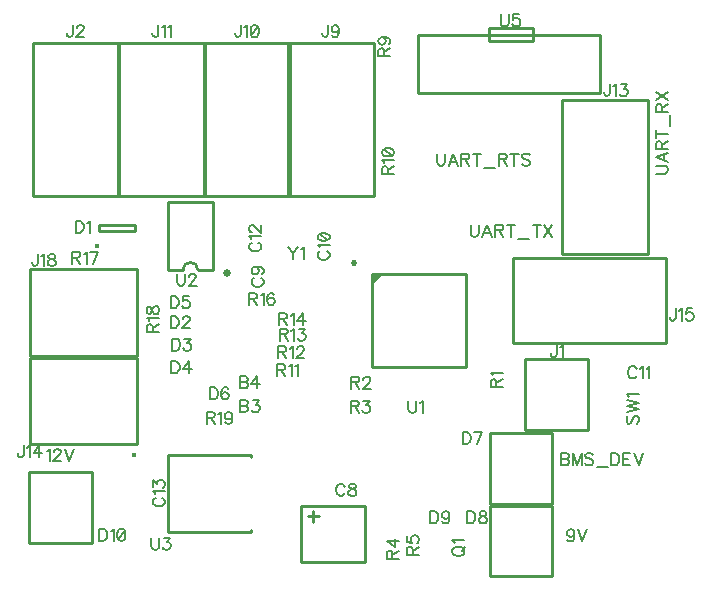
<source format=gbr>
G04 DipTrace 3.2.0.1*
G04 TopSilk.gbr*
%MOIN*%
G04 #@! TF.FileFunction,Legend,Top*
G04 #@! TF.Part,Single*
%ADD10C,0.009843*%
%ADD28C,0.015404*%
%ADD39C,0.02075*%
%ADD42C,0.02501*%
%ADD44C,0.015408*%
%ADD103C,0.005906*%
%FSLAX26Y26*%
G04*
G70*
G90*
G75*
G01*
G04 TopSilk*
%LPD*%
X1978346Y732278D2*
D10*
X2187018D1*
Y968504D1*
X1978346D1*
Y732278D1*
X1350394Y539370D2*
X1562992D1*
Y726378D1*
X1350394D1*
Y539370D1*
X1372057Y692922D2*
X1407498D1*
X1387811Y673230D2*
Y710632D1*
D28*
X667936Y1593555D3*
X677137Y1643696D2*
D10*
X795241D1*
Y1663391D1*
X677137D1*
Y1643696D1*
X2096457Y980309D2*
X2305128D1*
Y1216535D1*
X2096457D1*
Y980309D1*
X454724Y1759843D2*
X740157D1*
Y2271654D1*
X454724D1*
Y1759843D1*
X651575Y838589D2*
X442904D1*
Y602362D1*
X651575D1*
Y838589D1*
X1978346Y492120D2*
X2187018D1*
Y728346D1*
X1978346D1*
Y492120D1*
X1305118Y1759843D2*
X1590551D1*
Y2271654D1*
X1305118D1*
Y1759843D1*
X1025591D2*
X1311024D1*
Y2271654D1*
X1025591D1*
Y1759843D1*
X742126D2*
X1027559D1*
Y2271654D1*
X742126D1*
Y1759843D1*
X2505906Y2078919D2*
X2220472D1*
Y1567108D1*
X2505906D1*
Y2078919D1*
X446850Y1220472D2*
X803150D1*
Y933071D1*
X446850D1*
Y1220472D1*
X2566929Y1269685D2*
X2055118D1*
Y1555118D1*
X2566929D1*
Y1269685D1*
X446850Y1515748D2*
X803150D1*
Y1228346D1*
X446850D1*
Y1515748D1*
X1586626Y1499988D2*
X1897626D1*
Y1188988D1*
X1586626D1*
Y1499988D1*
G36*
D2*
Y1463738D1*
X1622876Y1499988D1*
X1586626D1*
G37*
D39*
X1524401Y1536288D3*
X905110Y1513674D2*
D10*
Y1738680D1*
X1055111D1*
Y1513674D1*
X1005120D1*
X905110D2*
X955101D1*
X1005120D2*
G03X955101Y1513674I-25010J-4D01*
G01*
D42*
X1100876Y1504817D3*
X905532Y898430D2*
D10*
Y638588D1*
X1181122Y898430D2*
X905532D1*
X1181122D2*
Y890565D1*
Y638588D2*
X905532D1*
X1181122D2*
Y646453D1*
D44*
X790586Y897497D3*
X1740354Y2295274D2*
D10*
X2346654D1*
Y2102362D1*
X1740354D1*
Y2295274D1*
X1976569Y2318898D2*
X2122262D1*
Y2275591D1*
X1976569D1*
Y2318898D1*
X1145432Y1080097D2*
D103*
Y1039905D1*
X1162676D1*
X1168424Y1041850D1*
X1170326Y1043752D1*
X1172227Y1047554D1*
Y1053302D1*
X1170326Y1057149D1*
X1168424Y1059050D1*
X1162676Y1060952D1*
X1168424Y1062897D1*
X1170326Y1064798D1*
X1172227Y1068601D1*
Y1072448D1*
X1170326Y1076250D1*
X1168424Y1078196D1*
X1162676Y1080097D1*
X1145432D1*
Y1060952D2*
X1162676D1*
X1187885Y1080053D2*
X1208887D1*
X1197435Y1064754D1*
X1203183D1*
X1206986Y1062853D1*
X1208887Y1060952D1*
X1210833Y1055204D1*
Y1051401D1*
X1208887Y1045653D1*
X1205085Y1041806D1*
X1199337Y1039905D1*
X1193589D1*
X1187885Y1041806D1*
X1185984Y1043752D1*
X1184038Y1047554D1*
X1144482Y1158837D2*
Y1118645D1*
X1161726D1*
X1167474Y1120591D1*
X1169375Y1122492D1*
X1171276Y1126294D1*
Y1132042D1*
X1169375Y1135889D1*
X1167474Y1137790D1*
X1161726Y1139692D1*
X1167474Y1141637D1*
X1169375Y1143538D1*
X1171276Y1147341D1*
Y1151188D1*
X1169375Y1154990D1*
X1167474Y1156936D1*
X1161726Y1158837D1*
X1144482D1*
Y1139692D2*
X1161726D1*
X1202233Y1118645D2*
Y1158793D1*
X1183087Y1132042D1*
X1211783D1*
X2215543Y902932D2*
Y862740D1*
X2232787D1*
X2238535Y864685D1*
X2240436Y866586D1*
X2242337Y870389D1*
Y876137D1*
X2240436Y879984D1*
X2238535Y881885D1*
X2232787Y883786D1*
X2238535Y885732D1*
X2240436Y887633D1*
X2242337Y891435D1*
Y895282D1*
X2240436Y899085D1*
X2238535Y901030D1*
X2232787Y902932D1*
X2215543D1*
Y883786D2*
X2232787D1*
X2284746Y862740D2*
Y902932D1*
X2269447Y862740D1*
X2254148Y902932D1*
Y862740D1*
X2323351Y897184D2*
X2319549Y901030D1*
X2313801Y902932D1*
X2306151D1*
X2300403Y901030D1*
X2296557Y897184D1*
Y893381D1*
X2298502Y889534D1*
X2300403Y887633D1*
X2304206Y885732D1*
X2315702Y881885D1*
X2319549Y879984D1*
X2321450Y878038D1*
X2323351Y874236D1*
Y868488D1*
X2319549Y864685D1*
X2313801Y862740D1*
X2306151D1*
X2300403Y864685D1*
X2296557Y868488D1*
X2335162Y856107D2*
X2371508D1*
X2383319Y902932D2*
Y862740D1*
X2396716D1*
X2402464Y864685D1*
X2406311Y868488D1*
X2408212Y872334D1*
X2410113Y878038D1*
Y887633D1*
X2408212Y893381D1*
X2406311Y897184D1*
X2402464Y901030D1*
X2396716Y902932D1*
X2383319D1*
X2446773D2*
X2421924D1*
Y862740D1*
X2446773D1*
X2421924Y883786D2*
X2437223D1*
X2458584Y902932D2*
X2473883Y862740D1*
X2489182Y902932D1*
X1495067Y791019D2*
X1493166Y794821D1*
X1489319Y798668D1*
X1485517Y800569D1*
X1477867D1*
X1474021Y798668D1*
X1470218Y794821D1*
X1468273Y791019D1*
X1466371Y785271D1*
Y775676D1*
X1468273Y769972D1*
X1470218Y766125D1*
X1474021Y762323D1*
X1477867Y760377D1*
X1485517D1*
X1489319Y762323D1*
X1493166Y766125D1*
X1495067Y769972D1*
X1516429Y800525D2*
X1510725Y798624D1*
X1508780Y794821D1*
Y790975D1*
X1510725Y787172D1*
X1514528Y785227D1*
X1522177Y783325D1*
X1527925Y781424D1*
X1531727Y777577D1*
X1533629Y773775D1*
Y768027D1*
X1531727Y764224D1*
X1529826Y762279D1*
X1524078Y760377D1*
X1516429D1*
X1510725Y762279D1*
X1508780Y764224D1*
X1506878Y768027D1*
Y773775D1*
X1508780Y777577D1*
X1512626Y781424D1*
X1518330Y783325D1*
X1525979Y785227D1*
X1529826Y787172D1*
X1531727Y790975D1*
Y794821D1*
X1529826Y798624D1*
X1524078Y800525D1*
X1516429D1*
X1193607Y1487052D2*
X1189805Y1485151D1*
X1185958Y1481304D1*
X1184057Y1477502D1*
Y1469852D1*
X1185958Y1466006D1*
X1189805Y1462203D1*
X1193607Y1460258D1*
X1199355Y1458356D1*
X1208950D1*
X1214654Y1460258D1*
X1218501Y1462203D1*
X1222303Y1466006D1*
X1224249Y1469852D1*
Y1477502D1*
X1222303Y1481304D1*
X1218501Y1485151D1*
X1214654Y1487052D1*
X1197454Y1523757D2*
X1203202Y1521811D1*
X1207049Y1518009D1*
X1208950Y1512261D1*
Y1510359D1*
X1207049Y1504611D1*
X1203202Y1500809D1*
X1197454Y1498863D1*
X1195553D1*
X1189805Y1500809D1*
X1186002Y1504611D1*
X1184101Y1510359D1*
Y1512261D1*
X1186002Y1518009D1*
X1189805Y1521811D1*
X1197454Y1523757D1*
X1207049D1*
X1216599Y1521811D1*
X1222347Y1518009D1*
X1224249Y1512261D1*
Y1508458D1*
X1222347Y1502710D1*
X1218501Y1500809D1*
X1413706Y1576862D2*
X1409903Y1574961D1*
X1406056Y1571114D1*
X1404155Y1567311D1*
Y1559662D1*
X1406056Y1555815D1*
X1409903Y1552013D1*
X1413706Y1550067D1*
X1419454Y1548166D1*
X1429048D1*
X1434752Y1550067D1*
X1438599Y1552013D1*
X1442402Y1555815D1*
X1444347Y1559662D1*
Y1567311D1*
X1442402Y1571114D1*
X1438599Y1574961D1*
X1434752Y1576862D1*
X1411849Y1588673D2*
X1409903Y1592520D1*
X1404199Y1598268D1*
X1444347D1*
X1404199Y1621575D2*
X1406101Y1615827D1*
X1411849Y1611980D1*
X1421399Y1610079D1*
X1427147D1*
X1436698Y1611980D1*
X1442446Y1615827D1*
X1444347Y1621575D1*
Y1625377D1*
X1442446Y1631125D1*
X1436698Y1634928D1*
X1427147Y1636873D1*
X1421399D1*
X1411849Y1634928D1*
X1406101Y1631125D1*
X1404199Y1625377D1*
Y1621575D1*
X1411849Y1634928D2*
X1436698Y1611980D1*
X2467352Y1182751D2*
X2465450Y1186554D1*
X2461604Y1190400D1*
X2457801Y1192302D1*
X2450152D1*
X2446305Y1190400D1*
X2442502Y1186554D1*
X2440557Y1182751D1*
X2438656Y1177003D1*
Y1167408D1*
X2440557Y1161704D1*
X2442502Y1157858D1*
X2446305Y1154055D1*
X2450152Y1152110D1*
X2457801D1*
X2461604Y1154055D1*
X2465450Y1157858D1*
X2467352Y1161704D1*
X2479163Y1184608D2*
X2483009Y1186554D1*
X2488757Y1192257D1*
Y1152110D1*
X2500568Y1184608D2*
X2504415Y1186554D1*
X2510163Y1192257D1*
Y1152110D1*
X1185325Y1604421D2*
X1181523Y1602520D1*
X1177676Y1598673D1*
X1175775Y1594870D1*
Y1587221D1*
X1177676Y1583374D1*
X1181523Y1579572D1*
X1185325Y1577626D1*
X1191073Y1575725D1*
X1200668D1*
X1206372Y1577626D1*
X1210218Y1579572D1*
X1214021Y1583374D1*
X1215967Y1587221D1*
Y1594870D1*
X1214021Y1598673D1*
X1210219Y1602520D1*
X1206372Y1604421D1*
X1183468Y1616232D2*
X1181523Y1620079D1*
X1175819Y1625827D1*
X1215967D1*
X1185369Y1639583D2*
X1183468D1*
X1179621Y1641485D1*
X1177720Y1643386D1*
X1175819Y1647233D1*
Y1654882D1*
X1177720Y1658684D1*
X1179621Y1660586D1*
X1183468Y1662531D1*
X1187271D1*
X1191117Y1660586D1*
X1196821Y1656783D1*
X1215967Y1637638D1*
Y1664432D1*
X864493Y754027D2*
X860691Y752126D1*
X856844Y748279D1*
X854942Y744477D1*
Y736828D1*
X856844Y732981D1*
X860691Y729178D1*
X864493Y727233D1*
X870241Y725331D1*
X879836D1*
X885540Y727233D1*
X889386Y729178D1*
X893189Y732981D1*
X895135Y736827D1*
Y744477D1*
X893189Y748279D1*
X889386Y752126D1*
X885540Y754027D1*
X862636Y765838D2*
X860691Y769685D1*
X854987Y775433D1*
X895135D1*
X854987Y791091D2*
Y812093D1*
X870285Y800641D1*
Y806389D1*
X872187Y810192D1*
X874088Y812093D1*
X879836Y814039D1*
X883638D1*
X889386Y812093D1*
X893233Y808291D1*
X895134Y802543D1*
Y796795D1*
X893233Y791091D1*
X891288Y789190D1*
X887485Y787244D1*
X597338Y1677538D2*
Y1637346D1*
X610735D1*
X616483Y1639291D1*
X620330Y1643094D1*
X622231Y1646941D1*
X624133Y1652644D1*
Y1662239D1*
X622231Y1667987D1*
X620330Y1671790D1*
X616483Y1675637D1*
X610735Y1677538D1*
X597338D1*
X635944Y1669844D2*
X639791Y1671790D1*
X645539Y1677494D1*
Y1637346D1*
X914150Y1359624D2*
Y1319432D1*
X927548D1*
X933296Y1321378D1*
X937142Y1325180D1*
X939044Y1329027D1*
X940945Y1334731D1*
Y1344326D1*
X939044Y1350074D1*
X937142Y1353876D1*
X933296Y1357723D1*
X927548Y1359624D1*
X914150D1*
X954701Y1350030D2*
Y1351931D1*
X956603Y1355778D1*
X958504Y1357679D1*
X962351Y1359580D1*
X970000D1*
X973803Y1357679D1*
X975704Y1355778D1*
X977649Y1351931D1*
Y1348128D1*
X975704Y1344282D1*
X971901Y1338578D1*
X952756Y1319432D1*
X979551D1*
X918087Y1284821D2*
Y1244629D1*
X931485D1*
X937233Y1246575D1*
X941079Y1250377D1*
X942981Y1254224D1*
X944882Y1259928D1*
Y1269523D1*
X942981Y1275271D1*
X941079Y1279073D1*
X937233Y1282920D1*
X931485Y1284821D1*
X918087D1*
X960540Y1284777D2*
X981542D1*
X970090Y1269478D1*
X975838D1*
X979641Y1267577D1*
X981542Y1265676D1*
X983488Y1259928D1*
Y1256125D1*
X981542Y1250377D1*
X977740Y1246531D1*
X971992Y1244629D1*
X966243D1*
X960540Y1246531D1*
X958638Y1248476D1*
X956693Y1252279D1*
X917137Y1210018D2*
Y1169826D1*
X930534D1*
X936282Y1171772D1*
X940129Y1175574D1*
X942030Y1179421D1*
X943931Y1185125D1*
Y1194720D1*
X942030Y1200468D1*
X940129Y1204270D1*
X936282Y1208117D1*
X930534Y1210018D1*
X917137D1*
X974888Y1169826D2*
Y1209974D1*
X955742Y1183224D1*
X984438D1*
X914150Y1426554D2*
Y1386362D1*
X927548D1*
X933296Y1388307D1*
X937142Y1392110D1*
X939044Y1395956D1*
X940945Y1401660D1*
Y1411255D1*
X939044Y1417003D1*
X937142Y1420806D1*
X933296Y1424652D1*
X927548Y1426554D1*
X914150D1*
X975704Y1426509D2*
X956603D1*
X954701Y1409310D1*
X956603Y1411211D1*
X962351Y1413156D1*
X968055D1*
X973803Y1411211D1*
X977649Y1407408D1*
X979551Y1401660D1*
Y1397858D1*
X977649Y1392110D1*
X973803Y1388263D1*
X968055Y1386362D1*
X962351D1*
X956603Y1388263D1*
X954701Y1390208D1*
X952756Y1394011D1*
X1044622Y1122097D2*
Y1081905D1*
X1058019D1*
X1063767Y1083850D1*
X1067614Y1087653D1*
X1069515Y1091500D1*
X1071416Y1097204D1*
Y1106798D1*
X1069515Y1112546D1*
X1067614Y1116349D1*
X1063767Y1120196D1*
X1058019Y1122097D1*
X1044622D1*
X1106175Y1116349D2*
X1104274Y1120151D1*
X1098526Y1122053D1*
X1094723D1*
X1088975Y1120151D1*
X1085129Y1114403D1*
X1083227Y1104853D1*
Y1095302D1*
X1085129Y1087653D1*
X1088975Y1083806D1*
X1094723Y1081905D1*
X1096625D1*
X1102328Y1083806D1*
X1106175Y1087653D1*
X1108077Y1093401D1*
Y1095302D1*
X1106175Y1101050D1*
X1102328Y1104853D1*
X1096625Y1106754D1*
X1094723D1*
X1088975Y1104853D1*
X1085129Y1101050D1*
X1083227Y1095302D1*
X1887969Y973601D2*
Y933409D1*
X1901366D1*
X1907114Y935354D1*
X1910961Y939157D1*
X1912863Y943004D1*
X1914764Y948707D1*
Y958302D1*
X1912863Y964050D1*
X1910961Y967853D1*
X1907114Y971700D1*
X1901366Y973601D1*
X1887969D1*
X1934224Y933409D2*
X1953369Y973557D1*
X1926575D1*
X1903739Y709821D2*
Y669629D1*
X1917137D1*
X1922885Y671575D1*
X1926731Y675377D1*
X1928633Y679224D1*
X1930534Y684928D1*
Y694523D1*
X1928633Y700271D1*
X1926731Y704073D1*
X1922885Y707920D1*
X1917137Y709821D1*
X1903739D1*
X1951896Y709777D2*
X1946192Y707876D1*
X1944246Y704073D1*
Y700227D1*
X1946192Y696424D1*
X1949994Y694478D1*
X1957644Y692577D1*
X1963392Y690676D1*
X1967194Y686829D1*
X1969095Y683027D1*
Y677279D1*
X1967194Y673476D1*
X1965293Y671531D1*
X1959545Y669629D1*
X1951896D1*
X1946192Y671531D1*
X1944246Y673476D1*
X1942345Y677279D1*
Y683027D1*
X1944246Y686829D1*
X1948093Y690676D1*
X1953797Y692577D1*
X1961446Y694478D1*
X1965293Y696424D1*
X1967194Y700227D1*
Y704073D1*
X1965293Y707876D1*
X1959545Y709777D1*
X1951896D1*
X1779865Y709821D2*
Y669629D1*
X1793262D1*
X1799010Y671575D1*
X1802857Y675377D1*
X1804758Y679224D1*
X1806659Y684928D1*
Y694523D1*
X1804758Y700271D1*
X1802857Y704073D1*
X1799010Y707920D1*
X1793262Y709821D1*
X1779865D1*
X1843364Y696424D2*
X1841418Y690676D1*
X1837616Y686829D1*
X1831868Y684928D1*
X1829966D1*
X1824218Y686829D1*
X1820416Y690676D1*
X1818470Y696424D1*
Y698325D1*
X1820416Y704073D1*
X1824218Y707876D1*
X1829966Y709777D1*
X1831868D1*
X1837616Y707876D1*
X1841418Y704073D1*
X1843364Y696424D1*
Y686829D1*
X1841418Y677279D1*
X1837616Y671531D1*
X1831868Y669629D1*
X1828065D1*
X1822317Y671531D1*
X1820416Y675377D1*
X676479Y650766D2*
Y610574D1*
X689876D1*
X695624Y612520D1*
X699471Y616322D1*
X701372Y620169D1*
X703273Y625873D1*
Y635468D1*
X701372Y641216D1*
X699471Y645018D1*
X695624Y648865D1*
X689876Y650766D1*
X676479D1*
X715084Y643073D2*
X718931Y645018D1*
X724679Y650722D1*
Y610574D1*
X747986Y650722D2*
X742238Y648821D1*
X738392Y643073D1*
X736490Y633522D1*
Y627774D1*
X738392Y618224D1*
X742238Y612475D1*
X747986Y610574D1*
X751789D1*
X757537Y612475D1*
X761339Y618224D1*
X763285Y627774D1*
Y633522D1*
X761339Y643073D1*
X757537Y648821D1*
X751789Y650722D1*
X747986D1*
X761339Y643073D2*
X738392Y618224D1*
X2200641Y1263168D2*
Y1232571D1*
X2198740Y1226823D1*
X2196795Y1224921D1*
X2192992Y1222976D1*
X2189145D1*
X2185343Y1224921D1*
X2183442Y1226823D1*
X2181496Y1232571D1*
Y1236373D1*
X2212452Y1255474D2*
X2216299Y1257420D1*
X2222047Y1263124D1*
Y1222976D1*
X587711Y2330097D2*
Y2299500D1*
X585810Y2293752D1*
X583864Y2291850D1*
X580061Y2289905D1*
X576215D1*
X572412Y2291850D1*
X570511Y2293752D1*
X568565Y2299500D1*
Y2303302D1*
X601467Y2320502D2*
Y2322403D1*
X603369Y2326250D1*
X605270Y2328151D1*
X609117Y2330053D1*
X616766D1*
X620568Y2328151D1*
X622470Y2326250D1*
X624415Y2322403D1*
Y2318601D1*
X622470Y2314754D1*
X618667Y2309050D1*
X599522Y2289905D1*
X626316D1*
X500955Y909018D2*
X504802Y910963D1*
X510550Y916667D1*
Y876519D1*
X524307Y907116D2*
Y909018D1*
X526208Y912864D1*
X528109Y914766D1*
X531956Y916667D1*
X539605D1*
X543408Y914766D1*
X545309Y912864D1*
X547255Y909018D1*
Y905215D1*
X545309Y901368D1*
X541507Y895664D1*
X522361Y876519D1*
X549156D1*
X560967Y916711D2*
X576266Y876519D1*
X591564Y916711D1*
X2259943Y635597D2*
X2257998Y629849D1*
X2254195Y626002D1*
X2248447Y624101D1*
X2246546D1*
X2240798Y626002D1*
X2236995Y629849D1*
X2235050Y635597D1*
Y637498D1*
X2236995Y643247D1*
X2240798Y647049D1*
X2246546Y648950D1*
X2248447D1*
X2254195Y647049D1*
X2257998Y643247D1*
X2259943Y635597D1*
Y626002D1*
X2257998Y616452D1*
X2254195Y610704D1*
X2248447Y608803D1*
X2244645D1*
X2238897Y610704D1*
X2236995Y614551D1*
X2271754Y648995D2*
X2287053Y608803D1*
X2302352Y648995D1*
X1439055Y2330097D2*
Y2299500D1*
X1437154Y2293752D1*
X1435208Y2291850D1*
X1431406Y2289905D1*
X1427559D1*
X1423757Y2291850D1*
X1421855Y2293752D1*
X1419910Y2299500D1*
Y2303302D1*
X1475760Y2316700D2*
X1473814Y2310952D1*
X1470012Y2307105D1*
X1464263Y2305204D1*
X1462362D1*
X1456614Y2307105D1*
X1452812Y2310952D1*
X1450866Y2316700D1*
Y2318601D1*
X1452812Y2324349D1*
X1456614Y2328151D1*
X1462362Y2330053D1*
X1464263D1*
X1470012Y2328151D1*
X1473814Y2324349D1*
X1475760Y2316700D1*
Y2307105D1*
X1473814Y2297554D1*
X1470012Y2291806D1*
X1464263Y2289905D1*
X1460461D1*
X1454713Y2291806D1*
X1452812Y2295653D1*
X1147874Y2330097D2*
Y2299500D1*
X1145973Y2293752D1*
X1144027Y2291850D1*
X1140225Y2289905D1*
X1136378D1*
X1132575Y2291850D1*
X1130674Y2293752D1*
X1128729Y2299500D1*
Y2303302D1*
X1159685Y2322403D2*
X1163532Y2324349D1*
X1169280Y2330053D1*
Y2289905D1*
X1192587Y2330053D2*
X1186839Y2328151D1*
X1182992Y2322403D1*
X1181091Y2312853D1*
Y2307105D1*
X1182992Y2297554D1*
X1186839Y2291806D1*
X1192587Y2289905D1*
X1196389D1*
X1202137Y2291806D1*
X1205940Y2297554D1*
X1207886Y2307105D1*
Y2312853D1*
X1205940Y2322403D1*
X1202137Y2328151D1*
X1196389Y2330053D1*
X1192587D1*
X1205940Y2322403D2*
X1182992Y2297554D1*
X873009Y2330097D2*
Y2299500D1*
X871108Y2293752D1*
X869163Y2291850D1*
X865360Y2289905D1*
X861513D1*
X857711Y2291850D1*
X855810Y2293752D1*
X853864Y2299500D1*
Y2303302D1*
X884820Y2322403D2*
X888667Y2324349D1*
X894415Y2330053D1*
Y2289905D1*
X906226Y2322403D2*
X910073Y2324349D1*
X915821Y2330053D1*
Y2289905D1*
X2378189Y2133425D2*
Y2102828D1*
X2376288Y2097080D1*
X2374342Y2095178D1*
X2370540Y2093233D1*
X2366693D1*
X2362890Y2095178D1*
X2360989Y2097080D1*
X2359044Y2102828D1*
Y2106630D1*
X2390000Y2125731D2*
X2393847Y2127677D1*
X2399595Y2133381D1*
Y2093233D1*
X2415253Y2133381D2*
X2436255D1*
X2424803Y2118082D1*
X2430551D1*
X2434354Y2116181D1*
X2436255Y2114280D1*
X2438200Y2108532D1*
Y2104729D1*
X2436255Y2098981D1*
X2432452Y2095134D1*
X2426704Y2093233D1*
X2420956D1*
X2415253Y2095134D1*
X2413351Y2097080D1*
X2411406Y2100882D1*
X424129Y929000D2*
Y898403D1*
X422228Y892655D1*
X420283Y890753D1*
X416480Y888808D1*
X412633D1*
X408831Y890753D1*
X406930Y892655D1*
X404984Y898403D1*
Y902205D1*
X435940Y921306D2*
X439787Y923252D1*
X445535Y928956D1*
Y888808D1*
X476492D2*
Y928956D1*
X457346Y902205D1*
X486042D1*
X2597677Y1385215D2*
Y1354618D1*
X2595776Y1348870D1*
X2593830Y1346969D1*
X2590028Y1345023D1*
X2586181D1*
X2582379Y1346969D1*
X2580477Y1348870D1*
X2578532Y1354618D1*
Y1358420D1*
X2609488Y1377522D2*
X2613335Y1379467D1*
X2619083Y1385171D1*
Y1345023D1*
X2653842Y1385171D2*
X2634741D1*
X2632839Y1367971D1*
X2634741Y1369872D1*
X2640489Y1371818D1*
X2646193D1*
X2651941Y1369872D1*
X2655787Y1366070D1*
X2657689Y1360322D1*
Y1356519D1*
X2655787Y1350771D1*
X2651941Y1346924D1*
X2646193Y1345023D1*
X2640489D1*
X2634741Y1346924D1*
X2632839Y1348870D1*
X2630894Y1352672D1*
X471186Y1566841D2*
Y1536244D1*
X469285Y1530496D1*
X467339Y1528594D1*
X463537Y1526649D1*
X459690D1*
X455888Y1528594D1*
X453986Y1530496D1*
X452041Y1536244D1*
Y1540046D1*
X482997Y1559147D2*
X486844Y1561093D1*
X492592Y1566797D1*
Y1526649D1*
X513954Y1566797D2*
X508250Y1564896D1*
X506304Y1561093D1*
Y1557246D1*
X508250Y1553444D1*
X512052Y1551498D1*
X519702Y1549597D1*
X525450Y1547696D1*
X529252Y1543849D1*
X531153Y1540046D1*
Y1534298D1*
X529252Y1530496D1*
X527351Y1528550D1*
X521603Y1526649D1*
X513954D1*
X508250Y1528550D1*
X506304Y1530496D1*
X504403Y1534298D1*
Y1540046D1*
X506304Y1543849D1*
X510151Y1547696D1*
X515855Y1549597D1*
X523504Y1551498D1*
X527351Y1553444D1*
X529252Y1557246D1*
Y1561093D1*
X527351Y1564896D1*
X521603Y1566797D1*
X513954D1*
X1852974Y572087D2*
X1854831Y568284D1*
X1858678Y564437D1*
X1862525Y562536D1*
X1868273Y560591D1*
X1877823D1*
X1883571Y562536D1*
X1887374Y564437D1*
X1891221Y568284D1*
X1893122Y572087D1*
Y579736D1*
X1891221Y583583D1*
X1887374Y587385D1*
X1883571Y589287D1*
X1877823Y591232D1*
X1868273D1*
X1862525Y589287D1*
X1858678Y587385D1*
X1854831Y583583D1*
X1852974Y579736D1*
Y572087D1*
X1885473Y577835D2*
X1896969Y589287D1*
X1860668Y603043D2*
X1858722Y606890D1*
X1853018Y612638D1*
X1893166D1*
X2000072Y1123538D2*
Y1140738D1*
X1998127Y1146486D1*
X1996225Y1148431D1*
X1992423Y1150332D1*
X1988576D1*
X1984774Y1148431D1*
X1982828Y1146486D1*
X1980927Y1140738D1*
Y1123538D1*
X2021119D1*
X2000072Y1136935D2*
X2021119Y1150332D1*
X1988620Y1162143D2*
X1986675Y1165990D1*
X1980971Y1171738D1*
X2021119D1*
X1516343Y1138713D2*
X1533543D1*
X1539291Y1140658D1*
X1541237Y1142559D1*
X1543138Y1146362D1*
Y1150209D1*
X1541237Y1154011D1*
X1539291Y1155957D1*
X1533543Y1157858D1*
X1516343D1*
Y1117666D1*
X1529740Y1138713D2*
X1543138Y1117666D1*
X1556894Y1148263D2*
Y1150165D1*
X1558796Y1154011D1*
X1560697Y1155913D1*
X1564544Y1157814D1*
X1572193D1*
X1575995Y1155913D1*
X1577897Y1154011D1*
X1579842Y1150165D1*
Y1146362D1*
X1577897Y1142515D1*
X1574094Y1136811D1*
X1554949Y1117666D1*
X1581743D1*
X1514527Y1058983D2*
X1531727D1*
X1537475Y1060929D1*
X1539420Y1062830D1*
X1541322Y1066632D1*
Y1070479D1*
X1539420Y1074282D1*
X1537475Y1076227D1*
X1531727Y1078128D1*
X1514527D1*
Y1037936D1*
X1527924Y1058983D2*
X1541322Y1037936D1*
X1556979Y1078084D2*
X1577982D1*
X1566530Y1062786D1*
X1572278D1*
X1576080Y1060884D1*
X1577982Y1058983D1*
X1579927Y1053235D1*
Y1049432D1*
X1577982Y1043684D1*
X1574179Y1039838D1*
X1568431Y1037936D1*
X1562683D1*
X1556979Y1039838D1*
X1555078Y1041783D1*
X1553133Y1045586D1*
X1653615Y550995D2*
Y568195D1*
X1651670Y573943D1*
X1649769Y575888D1*
X1645966Y577790D1*
X1642119D1*
X1638317Y575888D1*
X1636371Y573943D1*
X1634470Y568195D1*
Y550995D1*
X1674662D1*
X1653615Y564392D2*
X1674662Y577790D1*
Y608746D2*
X1634514D1*
X1661265Y589601D1*
Y618297D1*
X1720545Y563757D2*
Y580956D1*
X1718599Y586705D1*
X1716698Y588650D1*
X1712895Y590551D1*
X1709049D1*
X1705246Y588650D1*
X1703300Y586705D1*
X1701399Y580957D1*
Y563757D1*
X1741591D1*
X1720545Y577154D2*
X1741591Y590551D1*
X1701443Y625310D2*
Y606209D1*
X1718643Y604308D1*
X1716742Y606209D1*
X1714797Y611957D1*
Y617661D1*
X1716742Y623409D1*
X1720545Y627256D1*
X1726293Y629157D1*
X1730095D1*
X1735843Y627256D1*
X1739690Y623409D1*
X1741591Y617661D1*
Y611957D1*
X1739690Y606209D1*
X1737744Y604308D1*
X1733942Y602362D1*
X1626056Y2226125D2*
Y2243324D1*
X1624111Y2249072D1*
X1622210Y2251018D1*
X1618407Y2252919D1*
X1614560D1*
X1610758Y2251018D1*
X1608812Y2249072D1*
X1606911Y2243324D1*
Y2226125D1*
X1647103D1*
X1626056Y2239522D2*
X1647103Y2252919D1*
X1620308Y2289624D2*
X1626056Y2287678D1*
X1629903Y2283876D1*
X1631804Y2278128D1*
Y2276226D1*
X1629903Y2270478D1*
X1626056Y2266676D1*
X1620308Y2264730D1*
X1618407D1*
X1612659Y2266676D1*
X1608857Y2270478D1*
X1606955Y2276226D1*
Y2278128D1*
X1608857Y2283876D1*
X1612659Y2287678D1*
X1620308Y2289624D1*
X1629903D1*
X1639454Y2287678D1*
X1645202Y2283876D1*
X1647103Y2278128D1*
Y2274325D1*
X1645202Y2268577D1*
X1641355Y2266676D1*
X1637867Y1832581D2*
Y1849781D1*
X1635922Y1855529D1*
X1634021Y1857475D1*
X1630218Y1859376D1*
X1626371D1*
X1622569Y1857475D1*
X1620623Y1855529D1*
X1618722Y1849781D1*
Y1832581D1*
X1658914D1*
X1637867Y1845979D2*
X1658914Y1859376D1*
X1626416Y1871187D2*
X1624470Y1875034D1*
X1618766Y1880782D1*
X1658914D1*
X1618766Y1904089D2*
X1620668Y1898341D1*
X1626416Y1894494D1*
X1635966Y1892593D1*
X1641714D1*
X1651265Y1894494D1*
X1657013Y1898341D1*
X1658914Y1904089D1*
Y1907891D1*
X1657013Y1913639D1*
X1651265Y1917442D1*
X1641714Y1919387D1*
X1635966D1*
X1626416Y1917442D1*
X1620668Y1913639D1*
X1618766Y1907891D1*
Y1904089D1*
X1626416Y1917442D2*
X1651265Y1894494D1*
X1270315Y1181030D2*
X1287515D1*
X1293263Y1182976D1*
X1295208Y1184877D1*
X1297110Y1188680D1*
Y1192526D1*
X1295208Y1196329D1*
X1293263Y1198274D1*
X1287515Y1200176D1*
X1270315D1*
Y1159984D1*
X1283712Y1181030D2*
X1297110Y1159984D1*
X1308921Y1192482D2*
X1312767Y1194428D1*
X1318515Y1200131D1*
Y1159984D1*
X1330326Y1192482D2*
X1334173Y1194428D1*
X1339921Y1200131D1*
Y1159984D1*
X1273526Y1240085D2*
X1290726D1*
X1296474Y1242031D1*
X1298419Y1243932D1*
X1300321Y1247735D1*
Y1251581D1*
X1298419Y1255384D1*
X1296474Y1257329D1*
X1290726Y1259231D1*
X1273526D1*
Y1219039D1*
X1286923Y1240085D2*
X1300321Y1219039D1*
X1312132Y1251537D2*
X1315978Y1253483D1*
X1321727Y1259187D1*
Y1219039D1*
X1335483Y1249636D2*
Y1251537D1*
X1337384Y1255384D1*
X1339286Y1257285D1*
X1343132Y1259187D1*
X1350782D1*
X1354584Y1257285D1*
X1356485Y1255384D1*
X1358431Y1251537D1*
Y1247735D1*
X1356485Y1243888D1*
X1352683Y1238184D1*
X1333538Y1219039D1*
X1360332D1*
X1277463Y1299141D2*
X1294663D1*
X1300411Y1301086D1*
X1302356Y1302987D1*
X1304258Y1306790D1*
Y1310637D1*
X1302356Y1314439D1*
X1300411Y1316385D1*
X1294663Y1318286D1*
X1277463D1*
Y1278094D1*
X1290860Y1299141D2*
X1304258Y1278094D1*
X1316069Y1310592D2*
X1319916Y1312538D1*
X1325664Y1318242D1*
Y1278094D1*
X1341321Y1318242D2*
X1362324D1*
X1350872Y1302943D1*
X1356620D1*
X1360422Y1301042D1*
X1362324Y1299141D1*
X1364269Y1293392D1*
Y1289590D1*
X1362324Y1283842D1*
X1358521Y1279995D1*
X1352773Y1278094D1*
X1347025D1*
X1341321Y1279995D1*
X1339420Y1281941D1*
X1337475Y1285743D1*
X1276512Y1350322D2*
X1293712D1*
X1299460Y1352267D1*
X1301406Y1354168D1*
X1303307Y1357971D1*
Y1361818D1*
X1301406Y1365620D1*
X1299460Y1367566D1*
X1293712Y1369467D1*
X1276512D1*
Y1329275D1*
X1289910Y1350322D2*
X1303307Y1329275D1*
X1315118Y1361773D2*
X1318965Y1363719D1*
X1324713Y1369423D1*
Y1329275D1*
X1355669D2*
Y1369423D1*
X1336524Y1342672D1*
X1365220D1*
X1176074Y1417251D2*
X1193273D1*
X1199022Y1419196D1*
X1200967Y1421098D1*
X1202868Y1424900D1*
Y1428747D1*
X1200967Y1432549D1*
X1199022Y1434495D1*
X1193273Y1436396D1*
X1176074D1*
Y1396204D1*
X1189471Y1417251D2*
X1202868Y1396204D1*
X1214679Y1428703D2*
X1218526Y1430648D1*
X1224274Y1436352D1*
Y1396204D1*
X1259033Y1430648D2*
X1257132Y1434451D1*
X1251384Y1436352D1*
X1247581D1*
X1241833Y1434451D1*
X1237986Y1428703D1*
X1236085Y1419152D1*
Y1409601D1*
X1237986Y1401952D1*
X1241833Y1398105D1*
X1247581Y1396204D1*
X1249482D1*
X1255186Y1398105D1*
X1259033Y1401952D1*
X1260934Y1407700D1*
Y1409601D1*
X1259033Y1415349D1*
X1255186Y1419152D1*
X1249482Y1421053D1*
X1247581D1*
X1241833Y1419152D1*
X1237986Y1415349D1*
X1236085Y1409601D1*
X586484Y1555046D2*
X603684D1*
X609432Y1556992D1*
X611377Y1558893D1*
X613279Y1562695D1*
Y1566542D1*
X611377Y1570345D1*
X609432Y1572290D1*
X603684Y1574191D1*
X586484D1*
Y1533999D1*
X599881Y1555046D2*
X613279Y1533999D1*
X625090Y1566498D2*
X628937Y1568443D1*
X634685Y1574147D1*
Y1533999D1*
X654145D2*
X673290Y1574147D1*
X646496D1*
X854047Y1306050D2*
Y1323249D1*
X852102Y1328997D1*
X850200Y1330943D1*
X846398Y1332844D1*
X842551D1*
X838749Y1330943D1*
X836803Y1328997D1*
X834902Y1323249D1*
Y1306050D1*
X875094D1*
X854047Y1319447D2*
X875094Y1332844D1*
X842595Y1344655D2*
X840650Y1348502D1*
X834946Y1354250D1*
X875094D1*
X834946Y1375612D2*
X836847Y1369908D1*
X840650Y1367962D1*
X844497D1*
X848299Y1369908D1*
X850245Y1373710D1*
X852146Y1381360D1*
X854047Y1387108D1*
X857894Y1390910D1*
X861696Y1392811D1*
X867445D1*
X871247Y1390910D1*
X873193Y1389009D1*
X875094Y1383261D1*
Y1375612D1*
X873193Y1369908D1*
X871247Y1367962D1*
X867445Y1366061D1*
X861696D1*
X857894Y1367962D1*
X854047Y1371809D1*
X852146Y1377513D1*
X850245Y1385162D1*
X848299Y1389009D1*
X844497Y1390910D1*
X840650D1*
X836847Y1389009D1*
X834946Y1383261D1*
Y1375612D1*
X1034730Y1021173D2*
X1051930D1*
X1057678Y1023119D1*
X1059623Y1025020D1*
X1061525Y1028823D1*
Y1032669D1*
X1059623Y1036472D1*
X1057678Y1038417D1*
X1051930Y1040319D1*
X1034730D1*
Y1000127D1*
X1048127Y1021173D2*
X1061525Y1000127D1*
X1073336Y1032625D2*
X1077182Y1034571D1*
X1082930Y1040274D1*
Y1000127D1*
X1119635Y1026921D2*
X1117689Y1021173D1*
X1113887Y1017327D1*
X1108139Y1015425D1*
X1106238D1*
X1100490Y1017327D1*
X1096687Y1021173D1*
X1094741Y1026921D1*
Y1028823D1*
X1096687Y1034571D1*
X1100490Y1038373D1*
X1106238Y1040274D1*
X1108139D1*
X1113887Y1038373D1*
X1117689Y1034571D1*
X1119635Y1026921D1*
Y1017327D1*
X1117689Y1007776D1*
X1113887Y1002028D1*
X1108139Y1000127D1*
X1104336D1*
X1098588Y1002028D1*
X1096687Y1005875D1*
X2440021Y1028431D2*
X2436174Y1024629D1*
X2434273Y1018880D1*
Y1011231D1*
X2436174Y1005483D1*
X2440021Y1001636D1*
X2443824D1*
X2447671Y1003582D1*
X2449572Y1005483D1*
X2451473Y1009286D1*
X2455320Y1020782D1*
X2457221Y1024628D1*
X2459167Y1026530D1*
X2462969Y1028431D1*
X2468717D1*
X2472520Y1024628D1*
X2474465Y1018880D1*
Y1011231D1*
X2472520Y1005483D1*
X2468717Y1001636D1*
X2434273Y1040242D2*
X2474465Y1049837D1*
X2434273Y1059387D1*
X2474465Y1068938D1*
X2434273Y1078533D1*
X2441967Y1090344D2*
X2440021Y1094191D1*
X2434317Y1099939D1*
X2474465D1*
X1706215Y1078128D2*
Y1049432D1*
X1708116Y1043684D1*
X1711963Y1039882D1*
X1717711Y1037936D1*
X1721513D1*
X1727261Y1039882D1*
X1731108Y1043684D1*
X1733009Y1049432D1*
Y1078128D1*
X1744820Y1070435D2*
X1748667Y1072380D1*
X1754415Y1078084D1*
Y1037936D1*
X935608Y1501065D2*
Y1472369D1*
X937509Y1466621D1*
X941356Y1462818D1*
X947104Y1460873D1*
X950907D1*
X956655Y1462818D1*
X960502Y1466621D1*
X962403Y1472369D1*
Y1501065D1*
X976159Y1491470D2*
Y1493371D1*
X978061Y1497218D1*
X979962Y1499119D1*
X983809Y1501021D1*
X991458D1*
X995261Y1499119D1*
X997162Y1497218D1*
X999107Y1493371D1*
Y1489569D1*
X997162Y1485722D1*
X993359Y1480018D1*
X974214Y1460873D1*
X1001009D1*
X849190Y621126D2*
Y592430D1*
X851091Y586682D1*
X854938Y582879D1*
X860686Y580934D1*
X864488D1*
X870236Y582879D1*
X874083Y586682D1*
X875984Y592430D1*
Y621126D1*
X891642Y621082D2*
X912644D1*
X901193Y605783D1*
X906941D1*
X910743Y603882D1*
X912644Y601980D1*
X914590Y596232D1*
Y592430D1*
X912644Y586682D1*
X908842Y582835D1*
X903094Y580934D1*
X897346D1*
X891642Y582835D1*
X889741Y584781D1*
X887795Y588583D1*
X2014741Y2365530D2*
Y2336834D1*
X2016642Y2331086D1*
X2020489Y2327283D1*
X2026237Y2325338D1*
X2030039D1*
X2035787Y2327283D1*
X2039634Y2331086D1*
X2041535Y2336834D1*
Y2365530D1*
X2076294Y2365486D2*
X2057193D1*
X2055292Y2348286D1*
X2057193Y2350187D1*
X2062941Y2352133D1*
X2068645D1*
X2074393Y2350187D1*
X2078240Y2346385D1*
X2080141Y2340637D1*
Y2336834D1*
X2078240Y2331086D1*
X2074393Y2327239D1*
X2068645Y2325338D1*
X2062941D1*
X2057193Y2327239D1*
X2055292Y2329185D1*
X2053346Y2332987D1*
X1802090Y1901195D2*
Y1872499D1*
X1803991Y1866751D1*
X1807838Y1862949D1*
X1813586Y1861003D1*
X1817388D1*
X1823136Y1862949D1*
X1826983Y1866751D1*
X1828885Y1872499D1*
Y1901195D1*
X1871337Y1861003D2*
X1855994Y1901195D1*
X1840696Y1861003D1*
X1846444Y1874401D2*
X1865589D1*
X1883148Y1882050D2*
X1900348D1*
X1906096Y1883995D1*
X1908041Y1885897D1*
X1909943Y1889699D1*
Y1893546D1*
X1908041Y1897349D1*
X1906096Y1899294D1*
X1900348Y1901195D1*
X1883148D1*
Y1861003D1*
X1896545Y1882050D2*
X1909943Y1861003D1*
X1935151Y1901195D2*
Y1861003D1*
X1921754Y1901195D2*
X1948548D1*
X1960359Y1854371D2*
X1996705D1*
X2008516Y1882050D2*
X2025716D1*
X2031464Y1883995D1*
X2033409Y1885897D1*
X2035310Y1889699D1*
Y1893546D1*
X2033409Y1897349D1*
X2031464Y1899294D1*
X2025716Y1901195D1*
X2008516D1*
Y1861003D1*
X2021913Y1882050D2*
X2035310Y1861003D1*
X2060519Y1901195D2*
Y1861003D1*
X2047121Y1901195D2*
X2073916D1*
X2112522Y1895447D2*
X2108719Y1899294D1*
X2102971Y1901195D1*
X2095322D1*
X2089574Y1899294D1*
X2085727Y1895447D1*
Y1891645D1*
X2087673Y1887798D1*
X2089574Y1885897D1*
X2093376Y1883995D1*
X2104872Y1880149D1*
X2108719Y1878247D1*
X2110620Y1876302D1*
X2112522Y1872499D1*
Y1866751D1*
X2108719Y1862949D1*
X2102971Y1861003D1*
X2095322D1*
X2089574Y1862949D1*
X2085727Y1866751D1*
X2532218Y1834730D2*
X2560914D1*
X2566662Y1836631D1*
X2570465Y1840478D1*
X2572410Y1846226D1*
Y1850029D1*
X2570465Y1855777D1*
X2566662Y1859623D1*
X2560914Y1861525D1*
X2532218D1*
X2572410Y1903977D2*
X2532218Y1888634D1*
X2572410Y1873336D1*
X2559013Y1879084D2*
Y1898229D1*
X2551363Y1915788D2*
Y1932988D1*
X2549418Y1938736D1*
X2547517Y1940682D1*
X2543714Y1942583D1*
X2539867D1*
X2536065Y1940682D1*
X2534119Y1938736D1*
X2532218Y1932988D1*
Y1915788D1*
X2572410D1*
X2551363Y1929185D2*
X2572410Y1942583D1*
X2532218Y1967791D2*
X2572410D1*
X2532218Y1954394D2*
Y1981188D1*
X2579042Y1992999D2*
Y2029345D1*
X2551363Y2041156D2*
Y2058356D1*
X2549418Y2064104D1*
X2547517Y2066049D1*
X2543714Y2067950D1*
X2539867D1*
X2536065Y2066049D1*
X2534119Y2064104D1*
X2532218Y2058356D1*
Y2041156D1*
X2572410D1*
X2551363Y2054553D2*
X2572410Y2067950D1*
X2532218Y2079761D2*
X2572410Y2106556D1*
X2532218D2*
X2572410Y2079761D1*
X1914780Y1664602D2*
Y1635906D1*
X1916681Y1630158D1*
X1920528Y1626356D1*
X1926276Y1624410D1*
X1930078D1*
X1935826Y1626356D1*
X1939673Y1630158D1*
X1941575Y1635906D1*
Y1664602D1*
X1984027Y1624410D2*
X1968684Y1664602D1*
X1953386Y1624410D1*
X1959134Y1637807D2*
X1978279D1*
X1995838Y1645457D2*
X2013038D1*
X2018786Y1647402D1*
X2020731Y1649304D1*
X2022633Y1653106D1*
Y1656953D1*
X2020731Y1660755D1*
X2018786Y1662701D1*
X2013038Y1664602D1*
X1995838D1*
Y1624410D1*
X2009235Y1645457D2*
X2022633Y1624410D1*
X2047841Y1664602D2*
Y1624410D1*
X2034444Y1664602D2*
X2061238D1*
X2073049Y1617778D2*
X2109395D1*
X2134603Y1664602D2*
Y1624410D1*
X2121206Y1664602D2*
X2148000D1*
X2159811D2*
X2186606Y1624410D1*
Y1664602D2*
X2159811Y1624410D1*
X1306676Y1589939D2*
X1321974Y1570794D1*
Y1549747D1*
X1337273Y1589939D2*
X1321974Y1570794D1*
X1349084Y1582246D2*
X1352931Y1584191D1*
X1358679Y1589895D1*
Y1549747D1*
M02*

</source>
